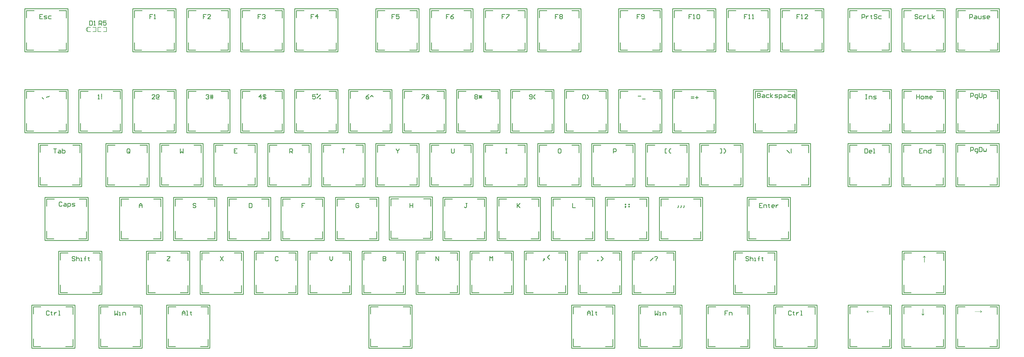
<source format=gto>
G04*
G04 #@! TF.GenerationSoftware,Altium Limited,Altium Designer,20.0.1 (14)*
G04*
G04 Layer_Color=65535*
%FSLAX24Y24*%
%MOIN*%
G70*
G01*
G75*
%ADD10C,0.0100*%
%ADD11C,0.0079*%
G36*
X117994Y6110D02*
X117992Y6108D01*
X117991Y6105D01*
X117989Y6101D01*
X117986Y6096D01*
X117983Y6090D01*
X117976Y6076D01*
X117969Y6062D01*
X117961Y6048D01*
X117953Y6034D01*
X117949Y6028D01*
X117947Y6023D01*
X117946Y6022D01*
X117944Y6018D01*
X117940Y6013D01*
X117934Y6005D01*
X117927Y5994D01*
X117917Y5981D01*
X117905Y5966D01*
X117891Y5948D01*
X118728D01*
Y5896D01*
X117891D01*
X117892Y5895D01*
X117893Y5893D01*
X117897Y5890D01*
X117900Y5885D01*
X117905Y5879D01*
X117911Y5872D01*
X117917Y5864D01*
X117924Y5854D01*
X117932Y5843D01*
X117941Y5831D01*
X117949Y5818D01*
X117958Y5804D01*
X117967Y5788D01*
X117977Y5771D01*
X117986Y5753D01*
X117995Y5734D01*
X117954D01*
X117954Y5734D01*
X117952Y5737D01*
X117948Y5741D01*
X117943Y5746D01*
X117937Y5752D01*
X117930Y5759D01*
X117923Y5768D01*
X117915Y5776D01*
X117896Y5795D01*
X117877Y5814D01*
X117857Y5832D01*
X117847Y5840D01*
X117837Y5848D01*
X117837Y5849D01*
X117835Y5849D01*
X117832Y5851D01*
X117829Y5854D01*
X117825Y5858D01*
X117820Y5861D01*
X117813Y5866D01*
X117807Y5871D01*
X117792Y5881D01*
X117775Y5891D01*
X117757Y5902D01*
X117737Y5912D01*
Y5936D01*
X117738D01*
X117740Y5936D01*
X117742Y5938D01*
X117745Y5939D01*
X117750Y5941D01*
X117755Y5944D01*
X117766Y5951D01*
X117780Y5958D01*
X117797Y5968D01*
X117815Y5981D01*
X117833Y5995D01*
X117834Y5996D01*
X117835Y5997D01*
X117838Y5999D01*
X117842Y6002D01*
X117847Y6006D01*
X117853Y6011D01*
X117860Y6018D01*
X117867Y6024D01*
X117876Y6032D01*
X117885Y6041D01*
X117895Y6050D01*
X117906Y6061D01*
X117917Y6072D01*
X117929Y6084D01*
X117941Y6097D01*
X117954Y6111D01*
X117994D01*
Y6110D01*
D02*
G37*
G36*
X125786Y13703D02*
X125787Y13701D01*
X125789Y13698D01*
X125790Y13695D01*
X125793Y13690D01*
X125796Y13684D01*
X125799Y13678D01*
X125803Y13671D01*
X125812Y13656D01*
X125823Y13639D01*
X125836Y13621D01*
X125849Y13603D01*
X125850Y13602D01*
X125852Y13600D01*
X125854Y13598D01*
X125857Y13594D01*
X125861Y13589D01*
X125866Y13584D01*
X125872Y13577D01*
X125879Y13570D01*
X125887Y13562D01*
X125895Y13553D01*
X125904Y13543D01*
X125914Y13533D01*
X125926Y13522D01*
X125938Y13511D01*
X125951Y13499D01*
X125964Y13486D01*
Y13446D01*
X125963Y13446D01*
X125960Y13448D01*
X125954Y13451D01*
X125947Y13454D01*
X125938Y13458D01*
X125928Y13464D01*
X125917Y13470D01*
X125904Y13477D01*
X125879Y13493D01*
X125852Y13510D01*
X125825Y13529D01*
X125814Y13539D01*
X125802Y13549D01*
Y12777D01*
X125750D01*
Y13549D01*
X125749Y13548D01*
X125747Y13548D01*
X125745Y13546D01*
X125742Y13543D01*
X125737Y13540D01*
X125732Y13536D01*
X125722Y13528D01*
X125710Y13518D01*
X125697Y13509D01*
X125685Y13501D01*
X125675Y13493D01*
X125673Y13493D01*
X125670Y13491D01*
X125663Y13487D01*
X125660Y13484D01*
X125655Y13482D01*
X125649Y13478D01*
X125642Y13475D01*
X125635Y13471D01*
X125627Y13467D01*
X125619Y13463D01*
X125609Y13458D01*
X125599Y13453D01*
X125587Y13447D01*
Y13487D01*
X125588Y13488D01*
X125591Y13490D01*
X125595Y13493D01*
X125600Y13498D01*
X125606Y13505D01*
X125613Y13511D01*
X125622Y13519D01*
X125630Y13528D01*
X125649Y13547D01*
X125668Y13567D01*
X125686Y13587D01*
X125695Y13597D01*
X125702Y13607D01*
X125703Y13608D01*
X125704Y13609D01*
X125706Y13612D01*
X125709Y13615D01*
X125712Y13620D01*
X125716Y13625D01*
X125725Y13638D01*
X125735Y13653D01*
X125745Y13669D01*
X125754Y13686D01*
X125762Y13703D01*
X125786D01*
Y13703D01*
D02*
G37*
G36*
X133561Y6110D02*
X133564Y6107D01*
X133568Y6103D01*
X133572Y6098D01*
X133579Y6092D01*
X133586Y6084D01*
X133594Y6076D01*
X133602Y6068D01*
X133621Y6048D01*
X133641Y6029D01*
X133661Y6011D01*
X133671Y6002D01*
X133681Y5994D01*
X133682Y5993D01*
X133684Y5993D01*
X133686Y5991D01*
X133690Y5988D01*
X133695Y5984D01*
X133700Y5981D01*
X133713Y5972D01*
X133728Y5963D01*
X133743Y5953D01*
X133761Y5943D01*
X133778Y5936D01*
Y5912D01*
X133777D01*
X133776Y5911D01*
X133773Y5909D01*
X133769Y5908D01*
X133764Y5905D01*
X133758Y5902D01*
X133753Y5899D01*
X133746Y5895D01*
X133730Y5886D01*
X133713Y5874D01*
X133695Y5862D01*
X133676Y5848D01*
X133676Y5847D01*
X133674Y5846D01*
X133671Y5844D01*
X133668Y5841D01*
X133663Y5836D01*
X133658Y5831D01*
X133651Y5826D01*
X133644Y5819D01*
X133636Y5811D01*
X133627Y5803D01*
X133617Y5794D01*
X133607Y5783D01*
X133596Y5772D01*
X133585Y5760D01*
X133573Y5747D01*
X133561Y5734D01*
X133520D01*
X133521Y5735D01*
X133522Y5739D01*
X133525Y5744D01*
X133529Y5751D01*
X133533Y5760D01*
X133539Y5770D01*
X133544Y5781D01*
X133551Y5794D01*
X133567Y5819D01*
X133584Y5846D01*
X133604Y5872D01*
X133614Y5884D01*
X133624Y5896D01*
X132787D01*
Y5948D01*
X133624D01*
X133623Y5949D01*
X133622Y5951D01*
X133620Y5953D01*
X133617Y5957D01*
X133614Y5961D01*
X133610Y5966D01*
X133601Y5976D01*
X133592Y5988D01*
X133584Y6001D01*
X133575Y6013D01*
X133568Y6023D01*
X133567Y6025D01*
X133565Y6028D01*
X133561Y6035D01*
X133559Y6039D01*
X133556Y6043D01*
X133553Y6049D01*
X133549Y6056D01*
X133546Y6063D01*
X133541Y6071D01*
X133537Y6079D01*
X133532Y6089D01*
X133527Y6099D01*
X133521Y6111D01*
X133561D01*
X133561Y6110D01*
D02*
G37*
G36*
X125602Y5531D02*
X125603Y5531D01*
X125605Y5533D01*
X125608Y5536D01*
X125613Y5540D01*
X125619Y5545D01*
X125626Y5551D01*
X125634Y5557D01*
X125644Y5564D01*
X125654Y5571D01*
X125667Y5580D01*
X125680Y5589D01*
X125694Y5597D01*
X125710Y5606D01*
X125727Y5615D01*
X125745Y5624D01*
X125764Y5634D01*
Y5594D01*
X125764Y5593D01*
X125761Y5591D01*
X125757Y5587D01*
X125752Y5582D01*
X125746Y5576D01*
X125739Y5570D01*
X125730Y5562D01*
X125722Y5554D01*
X125703Y5536D01*
X125684Y5516D01*
X125666Y5497D01*
X125657Y5487D01*
X125649Y5478D01*
X125649Y5477D01*
X125648Y5476D01*
X125646Y5473D01*
X125643Y5469D01*
X125639Y5465D01*
X125636Y5459D01*
X125632Y5454D01*
X125627Y5447D01*
X125617Y5432D01*
X125607Y5414D01*
X125596Y5396D01*
X125586Y5377D01*
X125562D01*
Y5377D01*
X125561Y5379D01*
X125560Y5381D01*
X125558Y5384D01*
X125556Y5389D01*
X125554Y5394D01*
X125547Y5406D01*
X125539Y5420D01*
X125529Y5437D01*
X125517Y5454D01*
X125502Y5473D01*
X125502Y5474D01*
X125500Y5475D01*
X125498Y5478D01*
X125495Y5482D01*
X125491Y5487D01*
X125486Y5493D01*
X125480Y5499D01*
X125473Y5507D01*
X125466Y5516D01*
X125457Y5524D01*
X125447Y5534D01*
X125437Y5545D01*
X125426Y5556D01*
X125414Y5569D01*
X125401Y5581D01*
X125387Y5594D01*
Y5633D01*
X125388D01*
X125390Y5631D01*
X125393Y5630D01*
X125397Y5628D01*
X125402Y5625D01*
X125408Y5622D01*
X125422Y5615D01*
X125436Y5608D01*
X125450Y5600D01*
X125464Y5593D01*
X125470Y5589D01*
X125475Y5586D01*
X125476Y5586D01*
X125480Y5584D01*
X125485Y5579D01*
X125493Y5574D01*
X125504Y5566D01*
X125517Y5556D01*
X125532Y5544D01*
X125550Y5531D01*
Y6303D01*
X125602D01*
Y5531D01*
D02*
G37*
D10*
X130379Y1082D02*
Y2129D01*
Y1082D02*
X131379D01*
X134843D02*
X135890D01*
Y2082D01*
Y5547D02*
Y6594D01*
X134890D02*
X135890D01*
X130379D02*
X131426D01*
X130379Y5594D02*
Y6594D01*
X130135Y838D02*
Y6838D01*
Y838D02*
X136135D01*
Y6838D01*
X130135D02*
X136135D01*
X122904Y1082D02*
Y2129D01*
Y1082D02*
X123904D01*
X127368D02*
X128415D01*
Y2082D01*
Y5547D02*
Y6594D01*
X127415D02*
X128415D01*
X122904D02*
X123951D01*
X122904Y5594D02*
Y6594D01*
X122660Y838D02*
Y6838D01*
Y838D02*
X128660D01*
Y6838D01*
X122660D02*
X128660D01*
X115429Y1082D02*
Y2129D01*
Y1082D02*
X116429D01*
X119893D02*
X120940D01*
Y2082D01*
Y5547D02*
Y6594D01*
X119940D02*
X120940D01*
X115429D02*
X116476D01*
X115429Y5594D02*
Y6594D01*
X115185Y838D02*
Y6838D01*
Y838D02*
X121185D01*
Y6838D01*
X115185D02*
X121185D01*
X105079Y1082D02*
Y2129D01*
Y1082D02*
X106079D01*
X109543D02*
X110590D01*
Y2082D01*
Y5547D02*
Y6594D01*
X109590D02*
X110590D01*
X105079D02*
X106126D01*
X105079Y5594D02*
Y6594D01*
X104835Y838D02*
Y6838D01*
Y838D02*
X110835D01*
Y6838D01*
X104835D02*
X110835D01*
X95729Y1082D02*
Y2129D01*
Y1082D02*
X96729D01*
X100193D02*
X101240D01*
Y2082D01*
Y5547D02*
Y6594D01*
X100240D02*
X101240D01*
X95729D02*
X96776D01*
X95729Y5594D02*
Y6594D01*
X95485Y838D02*
Y6838D01*
Y838D02*
X101485D01*
Y6838D01*
X95485D02*
X101485D01*
X86085Y6838D02*
X92085D01*
Y838D02*
Y6838D01*
X86085Y838D02*
X92085D01*
X86085D02*
Y6838D01*
X86329Y5594D02*
Y6594D01*
X87376D01*
X90840D02*
X91840D01*
Y5547D02*
Y6594D01*
Y1082D02*
Y2083D01*
X90793Y1082D02*
X91840D01*
X86329D02*
X87329D01*
X86329D02*
Y2130D01*
X76735Y6838D02*
X82735D01*
Y838D02*
Y6838D01*
X76735Y838D02*
X82735D01*
X76735D02*
Y6838D01*
X76979Y5594D02*
Y6594D01*
X78026D01*
X81490D02*
X82490D01*
Y5547D02*
Y6594D01*
Y1082D02*
Y2083D01*
X81443Y1082D02*
X82490D01*
X76979D02*
X77979D01*
X76979D02*
Y2130D01*
X20485Y6838D02*
X26485D01*
Y838D02*
Y6838D01*
X20485Y838D02*
X26485D01*
X20485D02*
Y6838D01*
X20729Y5594D02*
Y6594D01*
X21776D01*
X25240D02*
X26240D01*
Y5547D02*
Y6594D01*
Y1083D02*
Y2083D01*
X25193Y1083D02*
X26240D01*
X20729D02*
X21729D01*
X20729D02*
Y2130D01*
X11085Y6838D02*
X17085D01*
Y838D02*
Y6838D01*
X11085Y838D02*
X17085D01*
X11085D02*
Y6838D01*
X11329Y5594D02*
Y6594D01*
X12376D01*
X15840D02*
X16840D01*
Y5547D02*
Y6594D01*
Y1083D02*
Y2083D01*
X15793Y1083D02*
X16840D01*
X11329D02*
X12329D01*
X11329D02*
Y2130D01*
X1735Y6838D02*
X7735D01*
Y838D02*
Y6838D01*
X1735Y838D02*
X7735D01*
X1735D02*
Y6838D01*
X1979Y5594D02*
Y6594D01*
X3026D01*
X6490D02*
X7490D01*
Y5547D02*
Y6594D01*
Y1083D02*
Y2083D01*
X6443Y1083D02*
X7490D01*
X1979D02*
X2979D01*
X1979D02*
Y2130D01*
X99479Y8582D02*
Y9629D01*
Y8582D02*
X100479D01*
X103943D02*
X104990D01*
Y9582D01*
Y13047D02*
Y14094D01*
X103990D02*
X104990D01*
X99479D02*
X100526D01*
X99479Y13094D02*
Y14094D01*
X99235Y8338D02*
Y14338D01*
Y8338D02*
X105235D01*
Y14338D01*
X99235D02*
X105235D01*
X85185D02*
X91185D01*
Y8338D02*
Y14338D01*
X85185Y8338D02*
X91185D01*
X85185D02*
Y14338D01*
X85429Y13094D02*
Y14094D01*
X86476D01*
X89940D02*
X90940D01*
Y13047D02*
Y14094D01*
Y8582D02*
Y9582D01*
X89893Y8582D02*
X90940D01*
X85429D02*
X86429D01*
X85429D02*
Y9629D01*
X77685Y14338D02*
X83685D01*
Y8338D02*
Y14338D01*
X77685Y8338D02*
X83685D01*
X77685D02*
Y14338D01*
X77929Y13094D02*
Y14094D01*
X78976D01*
X82440D02*
X83440D01*
Y13047D02*
Y14094D01*
Y8582D02*
Y9582D01*
X82393Y8582D02*
X83440D01*
X77929D02*
X78929D01*
X77929D02*
Y9629D01*
X70169Y14338D02*
X76169D01*
Y8338D02*
Y14338D01*
X70169Y8338D02*
X76169D01*
X70169D02*
Y14338D01*
X70412Y13094D02*
Y14094D01*
X71459D01*
X74924D02*
X75924D01*
Y13047D02*
Y14094D01*
Y8582D02*
Y9582D01*
X74877Y8582D02*
X75924D01*
X70412D02*
X71412D01*
X70412D02*
Y9629D01*
X62652Y14338D02*
X68652D01*
Y8338D02*
Y14338D01*
X62652Y8338D02*
X68652D01*
X62652D02*
Y14338D01*
X62895Y13094D02*
Y14094D01*
X63942D01*
X67407D02*
X68407D01*
Y13047D02*
Y14094D01*
Y8582D02*
Y9582D01*
X67360Y8582D02*
X68407D01*
X62895D02*
X63895D01*
X62895D02*
Y9629D01*
X55135Y14338D02*
X61135D01*
Y8338D02*
Y14338D01*
X55135Y8338D02*
X61135D01*
X55135D02*
Y14338D01*
X55379Y13094D02*
Y14094D01*
X56426D01*
X59890D02*
X60890D01*
Y13047D02*
Y14094D01*
Y8582D02*
Y9582D01*
X59843Y8582D02*
X60890D01*
X55379D02*
X56379D01*
X55379D02*
Y9629D01*
X47635Y14338D02*
X53635D01*
Y8338D02*
Y14338D01*
X47635Y8338D02*
X53635D01*
X47635D02*
Y14338D01*
X47879Y13094D02*
Y14094D01*
X48926D01*
X52390D02*
X53390D01*
Y13047D02*
Y14094D01*
Y8582D02*
Y9582D01*
X52343Y8582D02*
X53390D01*
X47879D02*
X48879D01*
X47879D02*
Y9629D01*
X40160Y14338D02*
X46160D01*
Y8338D02*
Y14338D01*
X40160Y8338D02*
X46160D01*
X40160D02*
Y14338D01*
X40404Y13094D02*
Y14094D01*
X41451D01*
X44915D02*
X45915D01*
Y13047D02*
Y14094D01*
Y8582D02*
Y9582D01*
X44868Y8582D02*
X45915D01*
X40404D02*
X41404D01*
X40404D02*
Y9629D01*
X32685Y14338D02*
X38685D01*
Y8338D02*
Y14338D01*
X32685Y8338D02*
X38685D01*
X32685D02*
Y14338D01*
X32929Y13094D02*
Y14094D01*
X33976D01*
X37440D02*
X38440D01*
Y13047D02*
Y14094D01*
Y8582D02*
Y9582D01*
X37393Y8582D02*
X38440D01*
X32929D02*
X33929D01*
X32929D02*
Y9629D01*
X25135Y14338D02*
X31135D01*
Y8338D02*
Y14338D01*
X25135Y8338D02*
X31135D01*
X25135D02*
Y14338D01*
X25379Y13094D02*
Y14094D01*
X26426D01*
X29890D02*
X30890D01*
Y13047D02*
Y14094D01*
Y8583D02*
Y9582D01*
X29843Y8583D02*
X30890D01*
X25379D02*
X26379D01*
X25379D02*
Y9630D01*
X17685Y14338D02*
X23685D01*
Y8338D02*
Y14338D01*
X17685Y8338D02*
X23685D01*
X17685D02*
Y14338D01*
X17929Y13094D02*
Y14094D01*
X18976D01*
X22440D02*
X23440D01*
Y13047D02*
Y14094D01*
Y8583D02*
Y9582D01*
X22393Y8583D02*
X23440D01*
X17929D02*
X18929D01*
X17929D02*
Y9630D01*
X5485Y14338D02*
X11485D01*
Y8338D02*
Y14338D01*
X5485Y8338D02*
X11485D01*
X5485D02*
Y14338D01*
X5729Y13094D02*
Y14094D01*
X6776D01*
X10240D02*
X11240D01*
Y13047D02*
Y14094D01*
Y8583D02*
Y9582D01*
X10193Y8583D02*
X11240D01*
X5729D02*
X6729D01*
X5729D02*
Y9630D01*
X101379Y16082D02*
Y17129D01*
Y16082D02*
X102379D01*
X105843D02*
X106890D01*
Y17082D01*
Y20547D02*
Y21594D01*
X105890D02*
X106890D01*
X101379D02*
X102426D01*
X101379Y20594D02*
Y21594D01*
X101135Y15838D02*
Y21838D01*
Y15838D02*
X107135D01*
Y21838D01*
X101135D02*
X107135D01*
X88935Y21838D02*
X94935D01*
Y15838D02*
Y21838D01*
X88935Y15838D02*
X94935D01*
X88935D02*
Y21838D01*
X89179Y20594D02*
Y21594D01*
X90226D01*
X93690D02*
X94690D01*
Y20547D02*
Y21594D01*
Y16083D02*
Y17083D01*
X93643Y16083D02*
X94690D01*
X89179D02*
X90179D01*
X89179D02*
Y17130D01*
X81435Y21838D02*
X87435D01*
Y15838D02*
Y21838D01*
X81435Y15838D02*
X87435D01*
X81435D02*
Y21838D01*
X81679Y20594D02*
Y21594D01*
X82726D01*
X86190D02*
X87190D01*
Y20547D02*
Y21594D01*
Y16083D02*
Y17083D01*
X86143Y16083D02*
X87190D01*
X81679D02*
X82679D01*
X81679D02*
Y17130D01*
X73935Y21838D02*
X79935D01*
Y15838D02*
Y21838D01*
X73935Y15838D02*
X79935D01*
X73935D02*
Y21838D01*
X74179Y20594D02*
Y21594D01*
X75226D01*
X78690D02*
X79690D01*
Y20547D02*
Y21594D01*
Y16083D02*
Y17083D01*
X78643Y16083D02*
X79690D01*
X74179D02*
X75179D01*
X74179D02*
Y17130D01*
X66410Y21838D02*
X72410D01*
Y15838D02*
Y21838D01*
X66410Y15838D02*
X72410D01*
X66410D02*
Y21838D01*
X66654Y20594D02*
Y21594D01*
X67701D01*
X71165D02*
X72165D01*
Y20547D02*
Y21594D01*
Y16083D02*
Y17083D01*
X71118Y16083D02*
X72165D01*
X66654D02*
X67654D01*
X66654D02*
Y17130D01*
X58885Y21838D02*
X64885D01*
Y15838D02*
Y21838D01*
X58885Y15838D02*
X64885D01*
X58885D02*
Y21838D01*
X59129Y20594D02*
Y21594D01*
X60176D01*
X63640D02*
X64640D01*
Y20547D02*
Y21594D01*
Y16083D02*
Y17083D01*
X63593Y16083D02*
X64640D01*
X59129D02*
X60129D01*
X59129D02*
Y17130D01*
X51410Y21888D02*
X57410D01*
Y15888D02*
Y21888D01*
X51410Y15888D02*
X57410D01*
X51410D02*
Y21888D01*
X51654Y20644D02*
Y21644D01*
X52701D01*
X56165D02*
X57165D01*
Y20597D02*
Y21644D01*
Y16132D02*
Y17132D01*
X56118Y16132D02*
X57165D01*
X51654D02*
X52654D01*
X51654D02*
Y17179D01*
X43935Y21838D02*
X49935D01*
Y15838D02*
Y21838D01*
X43935Y15838D02*
X49935D01*
X43935D02*
Y21838D01*
X44179Y20594D02*
Y21594D01*
X45226D01*
X48690D02*
X49690D01*
Y20547D02*
Y21594D01*
Y16082D02*
Y17082D01*
X48643Y16082D02*
X49690D01*
X44179D02*
X45179D01*
X44179D02*
Y17129D01*
X36385Y21838D02*
X42385D01*
Y15838D02*
Y21838D01*
X36385Y15838D02*
X42385D01*
X36385D02*
Y21838D01*
X36629Y20594D02*
Y21594D01*
X37676D01*
X41140D02*
X42140D01*
Y20547D02*
Y21594D01*
Y16082D02*
Y17082D01*
X41093Y16082D02*
X42140D01*
X36629D02*
X37629D01*
X36629D02*
Y17129D01*
X28935Y21838D02*
X34935D01*
Y15838D02*
Y21838D01*
X28935Y15838D02*
X34935D01*
X28935D02*
Y21838D01*
X29179Y20594D02*
Y21594D01*
X30226D01*
X33690D02*
X34690D01*
Y20547D02*
Y21594D01*
Y16082D02*
Y17082D01*
X33643Y16082D02*
X34690D01*
X29179D02*
X30179D01*
X29179D02*
Y17129D01*
X21435Y21838D02*
X27435D01*
Y15838D02*
Y21838D01*
X21435Y15838D02*
X27435D01*
X21435D02*
Y21838D01*
X21679Y20594D02*
Y21594D01*
X22726D01*
X26190D02*
X27190D01*
Y20547D02*
Y21594D01*
Y16082D02*
Y17082D01*
X26143Y16082D02*
X27190D01*
X21679D02*
X22679D01*
X21679D02*
Y17129D01*
X13935Y21838D02*
X19935D01*
Y15838D02*
Y21838D01*
X13935Y15838D02*
X19935D01*
X13935D02*
Y21838D01*
X14179Y20594D02*
Y21594D01*
X15226D01*
X18690D02*
X19690D01*
Y20547D02*
Y21594D01*
Y16082D02*
Y17082D01*
X18643Y16082D02*
X19690D01*
X14179D02*
X15179D01*
X14179D02*
Y17129D01*
X3585Y21838D02*
X9585D01*
Y15838D02*
Y21838D01*
X3585Y15838D02*
X9585D01*
X3585D02*
Y21838D01*
X3829Y20594D02*
Y21594D01*
X4876D01*
X8340D02*
X9340D01*
Y20547D02*
Y21594D01*
Y16082D02*
Y17082D01*
X8293Y16082D02*
X9340D01*
X3829D02*
X4829D01*
X3829D02*
Y17129D01*
X130379Y23582D02*
Y24629D01*
Y23582D02*
X131379D01*
X134843D02*
X135890D01*
Y24582D01*
Y28047D02*
Y29094D01*
X134890D02*
X135890D01*
X130379D02*
X131426D01*
X130379Y28094D02*
Y29094D01*
X130135Y23338D02*
Y29338D01*
Y23338D02*
X136135D01*
Y29338D01*
X130135D02*
X136135D01*
X122879Y23582D02*
Y24629D01*
Y23582D02*
X123879D01*
X127343D02*
X128390D01*
Y24582D01*
Y28047D02*
Y29094D01*
X127390D02*
X128390D01*
X122879D02*
X123926D01*
X122879Y28094D02*
Y29094D01*
X122635Y23338D02*
Y29338D01*
Y23338D02*
X128635D01*
Y29338D01*
X122635D02*
X128635D01*
X115379Y23582D02*
Y24629D01*
Y23582D02*
X116379D01*
X119843D02*
X120890D01*
Y24582D01*
Y28047D02*
Y29094D01*
X119890D02*
X120890D01*
X115379D02*
X116426D01*
X115379Y28094D02*
Y29094D01*
X115135Y23338D02*
Y29338D01*
Y23338D02*
X121135D01*
Y29338D01*
X115135D02*
X121135D01*
X104179Y23582D02*
Y24629D01*
Y23582D02*
X105179D01*
X108643D02*
X109690D01*
Y24582D01*
Y28047D02*
Y29094D01*
X108690D02*
X109690D01*
X104179D02*
X105226D01*
X104179Y28094D02*
Y29094D01*
X103935Y23338D02*
Y29338D01*
Y23338D02*
X109935D01*
Y29338D01*
X103935D02*
X109935D01*
X49535Y29338D02*
X55535D01*
Y23338D02*
Y29338D01*
X49535Y23338D02*
X55535D01*
X49535D02*
Y29338D01*
X49779Y28094D02*
Y29094D01*
X50826D01*
X54290D02*
X55290D01*
Y28047D02*
Y29094D01*
Y23582D02*
Y24583D01*
X54243Y23582D02*
X55290D01*
X49779D02*
X50779D01*
X49779D02*
Y24630D01*
X42035Y29338D02*
X48035D01*
Y23338D02*
Y29338D01*
X42035Y23338D02*
X48035D01*
X42035D02*
Y29338D01*
X42279Y28094D02*
Y29094D01*
X43326D01*
X46790D02*
X47790D01*
Y28047D02*
Y29094D01*
Y23582D02*
Y24583D01*
X46743Y23582D02*
X47790D01*
X42279D02*
X43279D01*
X42279D02*
Y24630D01*
X34535Y29338D02*
X40535D01*
Y23338D02*
Y29338D01*
X34535Y23338D02*
X40535D01*
X34535D02*
Y29338D01*
X34779Y28094D02*
Y29094D01*
X35826D01*
X39290D02*
X40290D01*
Y28047D02*
Y29094D01*
Y23582D02*
Y24583D01*
X39243Y23582D02*
X40290D01*
X34779D02*
X35779D01*
X34779D02*
Y24629D01*
X27035Y29338D02*
X33035D01*
Y23338D02*
Y29338D01*
X27035Y23338D02*
X33035D01*
X27035D02*
Y29338D01*
X27279Y28094D02*
Y29094D01*
X28326D01*
X31790D02*
X32790D01*
Y28047D02*
Y29094D01*
Y23582D02*
Y24583D01*
X31743Y23582D02*
X32790D01*
X27279D02*
X28279D01*
X27279D02*
Y24629D01*
X19535Y29338D02*
X25535D01*
Y23338D02*
Y29338D01*
X19535Y23338D02*
X25535D01*
X19535D02*
Y29338D01*
X19779Y28094D02*
Y29094D01*
X20826D01*
X24290D02*
X25290D01*
Y28047D02*
Y29094D01*
Y23582D02*
Y24582D01*
X24243Y23582D02*
X25290D01*
X19779D02*
X20779D01*
X19779D02*
Y24629D01*
X12035Y29338D02*
X18035D01*
Y23338D02*
Y29338D01*
X12035Y23338D02*
X18035D01*
X12035D02*
Y29338D01*
X12279Y28094D02*
Y29094D01*
X13326D01*
X16790D02*
X17790D01*
Y28047D02*
Y29094D01*
Y23582D02*
Y24582D01*
X16743Y23582D02*
X17790D01*
X12279D02*
X13279D01*
X12279D02*
Y24629D01*
X2685Y29338D02*
X8685D01*
Y23338D02*
Y29338D01*
X2685Y23338D02*
X8685D01*
X2685D02*
Y29338D01*
X2929Y28094D02*
Y29094D01*
X3976D01*
X7440D02*
X8440D01*
Y28047D02*
Y29094D01*
Y23582D02*
Y24582D01*
X7393Y23582D02*
X8440D01*
X2929D02*
X3929D01*
X2929D02*
Y24629D01*
X60785Y36838D02*
X66785D01*
Y30838D02*
Y36838D01*
X60785Y30838D02*
X66785D01*
X60785D02*
Y36838D01*
X61029Y35594D02*
Y36594D01*
X62076D01*
X65540D02*
X66540D01*
Y35547D02*
Y36594D01*
Y31082D02*
Y32083D01*
X65493Y31082D02*
X66540D01*
X61029D02*
X62029D01*
X61029D02*
Y32130D01*
X53285Y36838D02*
X59285D01*
Y30838D02*
Y36838D01*
X53285Y30838D02*
X59285D01*
X53285D02*
Y36838D01*
X53529Y35594D02*
Y36594D01*
X54576D01*
X58040D02*
X59040D01*
Y35547D02*
Y36594D01*
Y31082D02*
Y32082D01*
X57993Y31082D02*
X59040D01*
X53529D02*
X54529D01*
X53529D02*
Y32129D01*
X45785Y36838D02*
X51785D01*
Y30838D02*
Y36838D01*
X45785Y30838D02*
X51785D01*
X45785D02*
Y36838D01*
X46029Y35594D02*
Y36594D01*
X47076D01*
X50540D02*
X51540D01*
Y35547D02*
Y36594D01*
Y31082D02*
Y32082D01*
X50493Y31082D02*
X51540D01*
X46029D02*
X47029D01*
X46029D02*
Y32129D01*
X38285Y36838D02*
X44285D01*
Y30838D02*
Y36838D01*
X38285Y30838D02*
X44285D01*
X38285D02*
Y36838D01*
X38529Y35594D02*
Y36594D01*
X39576D01*
X43040D02*
X44040D01*
Y35547D02*
Y36594D01*
Y31082D02*
Y32082D01*
X42993Y31082D02*
X44040D01*
X38529D02*
X39529D01*
X38529D02*
Y32129D01*
X30785Y36838D02*
X36785D01*
Y30838D02*
Y36838D01*
X30785Y30838D02*
X36785D01*
X30785D02*
Y36838D01*
X31029Y35594D02*
Y36594D01*
X32076D01*
X35540D02*
X36540D01*
Y35547D02*
Y36594D01*
Y31082D02*
Y32082D01*
X35493Y31082D02*
X36540D01*
X31029D02*
X32029D01*
X31029D02*
Y32129D01*
X23285Y36838D02*
X29285D01*
Y30838D02*
Y36838D01*
X23285Y30838D02*
X29285D01*
X23285D02*
Y36838D01*
X23529Y35594D02*
Y36594D01*
X24576D01*
X28040D02*
X29040D01*
Y35547D02*
Y36594D01*
Y31082D02*
Y32082D01*
X27993Y31082D02*
X29040D01*
X23529D02*
X24529D01*
X23529D02*
Y32129D01*
X15785Y36838D02*
X21785D01*
Y30838D02*
Y36838D01*
X15785Y30838D02*
X21785D01*
X15785D02*
Y36838D01*
X16029Y35594D02*
Y36594D01*
X17076D01*
X20540D02*
X21540D01*
Y35547D02*
Y36594D01*
Y31082D02*
Y32082D01*
X20493Y31082D02*
X21540D01*
X16029D02*
X17029D01*
X16029D02*
Y32129D01*
X8285Y36838D02*
X14285D01*
Y30838D02*
Y36838D01*
X8285Y30838D02*
X14285D01*
X8285D02*
Y36838D01*
X8529Y35594D02*
Y36594D01*
X9576D01*
X13040D02*
X14040D01*
Y35547D02*
Y36594D01*
Y31082D02*
Y32082D01*
X12993Y31082D02*
X14040D01*
X8529D02*
X9529D01*
X8529D02*
Y32129D01*
X785Y36838D02*
X6785D01*
Y30838D02*
Y36838D01*
X785Y30838D02*
X6785D01*
X785D02*
Y36838D01*
X1029Y35594D02*
Y36594D01*
X2076D01*
X5540D02*
X6540D01*
Y35547D02*
Y36594D01*
Y31082D02*
Y32082D01*
X5493Y31082D02*
X6540D01*
X1029D02*
X2029D01*
X1029D02*
Y32129D01*
X130429Y42332D02*
Y43379D01*
Y42332D02*
X131429D01*
X134893D02*
X135940D01*
Y43332D01*
Y46797D02*
Y47844D01*
X134940D02*
X135940D01*
X130429D02*
X131476D01*
X130429Y46844D02*
Y47844D01*
X130185Y42088D02*
Y48088D01*
Y42088D02*
X136185D01*
Y48088D01*
X130185D02*
X136185D01*
X122904Y42332D02*
Y43379D01*
Y42332D02*
X123904D01*
X127368D02*
X128415D01*
Y43332D01*
Y46797D02*
Y47844D01*
X127415D02*
X128415D01*
X122904D02*
X123951D01*
X122904Y46844D02*
Y47844D01*
X122660Y42088D02*
Y48088D01*
Y42088D02*
X128660D01*
Y48088D01*
X122660D02*
X128660D01*
X115379Y42332D02*
Y43379D01*
Y42332D02*
X116379D01*
X119843D02*
X120890D01*
Y43332D01*
Y46797D02*
Y47844D01*
X119890D02*
X120890D01*
X115379D02*
X116426D01*
X115379Y46844D02*
Y47844D01*
X115135Y42088D02*
Y48088D01*
Y42088D02*
X121135D01*
Y48088D01*
X115135D02*
X121135D01*
X106029Y42332D02*
Y43379D01*
Y42332D02*
X107029D01*
X110493D02*
X111540D01*
Y43332D01*
Y46797D02*
Y47844D01*
X110540D02*
X111540D01*
X106029D02*
X107076D01*
X106029Y46844D02*
Y47844D01*
X105785Y42088D02*
Y48088D01*
Y42088D02*
X111785D01*
Y48088D01*
X105785D02*
X111785D01*
X98529Y42332D02*
Y43379D01*
Y42332D02*
X99529D01*
X102993D02*
X104040D01*
Y43332D01*
Y46797D02*
Y47844D01*
X103040D02*
X104040D01*
X98529D02*
X99576D01*
X98529Y46844D02*
Y47844D01*
X98285Y42088D02*
Y48088D01*
Y42088D02*
X104285D01*
Y48088D01*
X98285D02*
X104285D01*
X91029Y42332D02*
Y43379D01*
Y42332D02*
X92029D01*
X95493D02*
X96540D01*
Y43332D01*
Y46797D02*
Y47844D01*
X95540D02*
X96540D01*
X91029D02*
X92076D01*
X91029Y46844D02*
Y47844D01*
X90785Y42088D02*
Y48088D01*
Y42088D02*
X96785D01*
Y48088D01*
X90785D02*
X96785D01*
X83529Y42332D02*
Y43379D01*
Y42332D02*
X84529D01*
X87993D02*
X89040D01*
Y43332D01*
Y46797D02*
Y47844D01*
X88040D02*
X89040D01*
X83529D02*
X84576D01*
X83529Y46844D02*
Y47844D01*
X83285Y42088D02*
Y48088D01*
Y42088D02*
X89285D01*
Y48088D01*
X83285D02*
X89285D01*
X72279Y42332D02*
Y43379D01*
Y42332D02*
X73279D01*
X76743D02*
X77790D01*
Y43332D01*
Y46797D02*
Y47844D01*
X76790D02*
X77790D01*
X72279D02*
X73326D01*
X72279Y46844D02*
Y47844D01*
X72035Y42088D02*
Y48088D01*
Y42088D02*
X78035D01*
Y48088D01*
X72035D02*
X78035D01*
X64779Y42332D02*
Y43379D01*
Y42332D02*
X65779D01*
X69243D02*
X70290D01*
Y43332D01*
Y46797D02*
Y47844D01*
X69290D02*
X70290D01*
X64779D02*
X65826D01*
X64779Y46844D02*
Y47844D01*
X64535Y42088D02*
Y48088D01*
Y42088D02*
X70535D01*
Y48088D01*
X64535D02*
X70535D01*
X57279Y42332D02*
Y43379D01*
Y42332D02*
X58279D01*
X61743D02*
X62790D01*
Y43332D01*
Y46797D02*
Y47844D01*
X61790D02*
X62790D01*
X57279D02*
X58326D01*
X57279Y46844D02*
Y47844D01*
X57035Y42088D02*
Y48088D01*
Y42088D02*
X63035D01*
Y48088D01*
X57035D02*
X63035D01*
X49779Y42332D02*
Y43379D01*
Y42332D02*
X50779D01*
X54243D02*
X55290D01*
Y43332D01*
Y46797D02*
Y47844D01*
X54290D02*
X55290D01*
X49779D02*
X50826D01*
X49779Y46844D02*
Y47844D01*
X49535Y42088D02*
Y48088D01*
Y42088D02*
X55535D01*
Y48088D01*
X49535D02*
X55535D01*
X38529Y42332D02*
Y43379D01*
Y42332D02*
X39529D01*
X42993D02*
X44040D01*
Y43332D01*
Y46797D02*
Y47844D01*
X43040D02*
X44040D01*
X38529D02*
X39576D01*
X38529Y46844D02*
Y47844D01*
X38285Y42088D02*
Y48088D01*
Y42088D02*
X44285D01*
Y48088D01*
X38285D02*
X44285D01*
X31029Y42332D02*
Y43379D01*
Y42332D02*
X32029D01*
X35493D02*
X36540D01*
Y43332D01*
Y46797D02*
Y47844D01*
X35540D02*
X36540D01*
X31029D02*
X32076D01*
X31029Y46844D02*
Y47844D01*
X30785Y42088D02*
Y48088D01*
Y42088D02*
X36785D01*
Y48088D01*
X30785D02*
X36785D01*
X23529Y42332D02*
Y43379D01*
Y42332D02*
X24529D01*
X27993D02*
X29040D01*
Y43332D01*
Y46797D02*
Y47844D01*
X28040D02*
X29040D01*
X23529D02*
X24576D01*
X23529Y46844D02*
Y47844D01*
X23285Y42088D02*
Y48088D01*
Y42088D02*
X29285D01*
Y48088D01*
X23285D02*
X29285D01*
X16029Y42332D02*
Y43379D01*
Y42332D02*
X17029D01*
X20493D02*
X21540D01*
Y43332D01*
Y46797D02*
Y47844D01*
X20540D02*
X21540D01*
X16029D02*
X17076D01*
X16029Y46844D02*
Y47844D01*
X15785Y42088D02*
Y48088D01*
Y42088D02*
X21785D01*
Y48088D01*
X15785D02*
X21785D01*
X1029Y42332D02*
Y43379D01*
Y42332D02*
X2029D01*
X5493D02*
X6540D01*
Y43332D01*
Y46797D02*
Y47844D01*
X5540D02*
X6540D01*
X1029D02*
X2076D01*
X1029Y46844D02*
Y47844D01*
X785Y42088D02*
Y48088D01*
Y42088D02*
X6785D01*
Y48088D01*
X785D02*
X6785D01*
X48829Y1083D02*
Y2130D01*
Y1083D02*
X49829D01*
X53293D02*
X54340D01*
Y2083D01*
Y5547D02*
Y6594D01*
X53340D02*
X54340D01*
X48829D02*
X49876D01*
X48829Y5594D02*
Y6594D01*
X48585Y838D02*
Y6838D01*
Y838D02*
X54585D01*
Y6838D01*
X48585D02*
X54585D01*
X57279Y23582D02*
Y24630D01*
Y23582D02*
X58279D01*
X61743D02*
X62790D01*
Y24583D01*
Y28047D02*
Y29094D01*
X61790D02*
X62790D01*
X57279D02*
X58326D01*
X57279Y28094D02*
Y29094D01*
X57035Y23338D02*
Y29338D01*
Y23338D02*
X63035D01*
Y29338D01*
X57035D02*
X63035D01*
X64779Y23583D02*
Y24630D01*
Y23583D02*
X65779D01*
X69243D02*
X70290D01*
Y24583D01*
Y28047D02*
Y29094D01*
X69290D02*
X70290D01*
X64779D02*
X65826D01*
X64779Y28094D02*
Y29094D01*
X64535Y23338D02*
Y29338D01*
Y23338D02*
X70535D01*
Y29338D01*
X64535D02*
X70535D01*
X91029Y31083D02*
Y32130D01*
Y31083D02*
X92029D01*
X95493D02*
X96540D01*
Y32083D01*
Y35547D02*
Y36594D01*
X95540D02*
X96540D01*
X91029D02*
X92076D01*
X91029Y35594D02*
Y36594D01*
X90785Y30838D02*
Y36838D01*
Y30838D02*
X96785D01*
Y36838D01*
X90785D02*
X96785D01*
X94779Y23583D02*
Y24630D01*
Y23583D02*
X95779D01*
X99243D02*
X100290D01*
Y24583D01*
Y28047D02*
Y29094D01*
X99290D02*
X100290D01*
X94779D02*
X95826D01*
X94779Y28094D02*
Y29094D01*
X94535Y23338D02*
Y29338D01*
Y23338D02*
X100535D01*
Y29338D01*
X94535D02*
X100535D01*
X87279Y23583D02*
Y24630D01*
Y23583D02*
X88279D01*
X91743D02*
X92790D01*
Y24583D01*
Y28047D02*
Y29094D01*
X91790D02*
X92790D01*
X87279D02*
X88326D01*
X87279Y28094D02*
Y29094D01*
X87035Y23338D02*
Y29338D01*
Y23338D02*
X93035D01*
Y29338D01*
X87035D02*
X93035D01*
X76029Y31083D02*
Y32130D01*
Y31083D02*
X77029D01*
X80493D02*
X81540D01*
Y32083D01*
Y35547D02*
Y36594D01*
X80540D02*
X81540D01*
X76029D02*
X77076D01*
X76029Y35594D02*
Y36594D01*
X75785Y30838D02*
Y36838D01*
Y30838D02*
X81785D01*
Y36838D01*
X75785D02*
X81785D01*
X122929Y8582D02*
Y9629D01*
Y8582D02*
X123929D01*
X127393D02*
X128440D01*
Y9582D01*
Y13047D02*
Y14094D01*
X127440D02*
X128440D01*
X122929D02*
X123976D01*
X122929Y13094D02*
Y14094D01*
X122685Y8338D02*
Y14338D01*
Y8338D02*
X128685D01*
Y14338D01*
X122685D02*
X128685D01*
X83529Y31083D02*
Y32130D01*
Y31083D02*
X84529D01*
X87993D02*
X89040D01*
Y32083D01*
Y35547D02*
Y36594D01*
X88040D02*
X89040D01*
X83529D02*
X84576D01*
X83529Y35594D02*
Y36594D01*
X83285Y30838D02*
Y36838D01*
Y30838D02*
X89285D01*
Y36838D01*
X83285D02*
X89285D01*
X68529Y31083D02*
Y32130D01*
Y31083D02*
X69529D01*
X72993D02*
X74040D01*
Y32083D01*
Y35547D02*
Y36594D01*
X73040D02*
X74040D01*
X68529D02*
X69576D01*
X68529Y35594D02*
Y36594D01*
X68285Y30838D02*
Y36838D01*
Y30838D02*
X74285D01*
Y36838D01*
X68285D02*
X74285D01*
X79779Y23583D02*
Y24630D01*
Y23583D02*
X80779D01*
X84243D02*
X85290D01*
Y24583D01*
Y28047D02*
Y29094D01*
X84290D02*
X85290D01*
X79779D02*
X80826D01*
X79779Y28094D02*
Y29094D01*
X79535Y23338D02*
Y29338D01*
Y23338D02*
X85535D01*
Y29338D01*
X79535D02*
X85535D01*
X72279Y23583D02*
Y24630D01*
Y23583D02*
X73279D01*
X76743D02*
X77790D01*
Y24583D01*
Y28047D02*
Y29094D01*
X76790D02*
X77790D01*
X72279D02*
X73326D01*
X72279Y28094D02*
Y29094D01*
X72035Y23338D02*
Y29338D01*
Y23338D02*
X78035D01*
Y29338D01*
X72035D02*
X78035D01*
X102270Y31082D02*
Y32129D01*
Y31082D02*
X103270D01*
X106734D02*
X107781D01*
Y32082D01*
Y35547D02*
Y36594D01*
X106781D02*
X107781D01*
X102270D02*
X103317D01*
X102270Y35594D02*
Y36594D01*
X102026Y30838D02*
Y36838D01*
Y30838D02*
X108026D01*
Y36838D01*
X102026D02*
X108026D01*
X115429Y31082D02*
Y32129D01*
Y31082D02*
X116429D01*
X119893D02*
X120940D01*
Y32082D01*
Y35547D02*
Y36594D01*
X119940D02*
X120940D01*
X115429D02*
X116476D01*
X115429Y35594D02*
Y36594D01*
X115185Y30838D02*
Y36838D01*
Y30838D02*
X121185D01*
Y36838D01*
X115185D02*
X121185D01*
X122929Y31082D02*
Y32129D01*
Y31082D02*
X123929D01*
X127393D02*
X128440D01*
Y32082D01*
Y35547D02*
Y36594D01*
X127440D02*
X128440D01*
X122929D02*
X123976D01*
X122929Y35594D02*
Y36594D01*
X122685Y30838D02*
Y36838D01*
Y30838D02*
X128685D01*
Y36838D01*
X122685D02*
X128685D01*
X130429Y31082D02*
Y32129D01*
Y31082D02*
X131429D01*
X134893D02*
X135940D01*
Y32082D01*
Y35547D02*
Y36594D01*
X134940D02*
X135940D01*
X130429D02*
X131476D01*
X130429Y35594D02*
Y36594D01*
X130185Y30838D02*
Y36838D01*
Y30838D02*
X136185D01*
Y36838D01*
X130185D02*
X136185D01*
X24537Y20901D02*
X24437Y21001D01*
X24237D01*
X24137Y20901D01*
Y20801D01*
X24237Y20701D01*
X24437D01*
X24537Y20601D01*
Y20501D01*
X24437Y20402D01*
X24237D01*
X24137Y20501D01*
X33587Y35551D02*
Y36151D01*
X33287Y35851D01*
X33687D01*
X33887Y35651D02*
X33987Y35551D01*
X34187D01*
X34287Y35651D01*
Y35751D01*
X34187Y35851D01*
X33987D01*
X33887Y35951D01*
Y36051D01*
X33987Y36151D01*
X34187D01*
X34287Y36051D01*
X34087Y36151D02*
Y35551D01*
X3187Y35751D02*
X3387Y35551D01*
X3787Y35751D02*
X3887Y35851D01*
X4087D01*
X4187Y35951D01*
X7737Y13501D02*
X7637Y13601D01*
X7437D01*
X7337Y13501D01*
Y13401D01*
X7437Y13301D01*
X7637D01*
X7737Y13201D01*
Y13101D01*
X7637Y13001D01*
X7437D01*
X7337Y13101D01*
X7937Y13601D02*
Y13001D01*
Y13301D01*
X8037Y13401D01*
X8237D01*
X8337Y13301D01*
Y13001D01*
X8537D02*
X8737D01*
X8637D01*
Y13401D01*
X8537D01*
X9137Y13001D02*
Y13501D01*
Y13301D01*
X9037D01*
X9237D01*
X9137D01*
Y13501D01*
X9237Y13601D01*
X9637Y13501D02*
Y13401D01*
X9537D01*
X9737D01*
X9637D01*
Y13101D01*
X9737Y13001D01*
X4187Y5951D02*
X4087Y6051D01*
X3887D01*
X3787Y5951D01*
Y5551D01*
X3887Y5451D01*
X4087D01*
X4187Y5551D01*
X4487Y5951D02*
Y5851D01*
X4387D01*
X4587D01*
X4487D01*
Y5551D01*
X4587Y5451D01*
X4887Y5851D02*
Y5451D01*
Y5651D01*
X4987Y5751D01*
X5087Y5851D01*
X5187D01*
X5487Y5451D02*
X5687D01*
X5587D01*
Y6051D01*
X5487D01*
X20537Y13601D02*
X20937D01*
Y13501D01*
X20537Y13101D01*
Y13001D01*
X20937D01*
X16687Y20402D02*
Y20801D01*
X16887Y21001D01*
X17087Y20801D01*
Y20402D01*
Y20701D01*
X16687D01*
X5937Y21101D02*
X5837Y21201D01*
X5637D01*
X5537Y21101D01*
Y20701D01*
X5637Y20601D01*
X5837D01*
X5937Y20701D01*
X6237Y21001D02*
X6437D01*
X6537Y20901D01*
Y20601D01*
X6237D01*
X6137Y20701D01*
X6237Y20801D01*
X6537D01*
X6737Y20402D02*
Y21001D01*
X7037D01*
X7137Y20901D01*
Y20701D01*
X7037Y20601D01*
X6737D01*
X7337D02*
X7637D01*
X7737Y20701D01*
X7637Y20801D01*
X7437D01*
X7337Y20901D01*
X7437Y21001D01*
X7737D01*
X4787Y28601D02*
X5187D01*
X4987D01*
Y28001D01*
X5487Y28401D02*
X5687D01*
X5787Y28301D01*
Y28001D01*
X5487D01*
X5387Y28101D01*
X5487Y28201D01*
X5787D01*
X5987Y28601D02*
Y28001D01*
X6287D01*
X6387Y28101D01*
Y28201D01*
Y28301D01*
X6287Y28401D01*
X5987D01*
X10937Y35551D02*
X11137D01*
X11037D01*
Y36151D01*
X10937Y36051D01*
X11437Y35751D02*
Y36251D01*
Y35651D02*
Y35551D01*
X13287Y6051D02*
Y5451D01*
X13487Y5651D01*
X13687Y5451D01*
Y6051D01*
X13887Y5451D02*
X14087D01*
X13987D01*
Y5851D01*
X13887D01*
X14387Y5451D02*
Y5851D01*
X14687D01*
X14787Y5751D01*
Y5451D01*
X15387Y28101D02*
Y28501D01*
X15287Y28601D01*
X15087D01*
X14987Y28501D01*
Y28101D01*
X15087Y28001D01*
X15287D01*
X15187Y28201D02*
X15387Y28001D01*
X15287D02*
X15387Y28101D01*
X18837Y35551D02*
X18437D01*
X18837Y35951D01*
Y36051D01*
X18737Y36151D01*
X18537D01*
X18437Y36051D01*
X19337Y35751D02*
Y35851D01*
X19237D01*
Y35751D01*
X19337D01*
X19437Y35851D01*
Y36051D01*
X19337Y36151D01*
X19137D01*
X19037Y36051D01*
Y35651D01*
X19137Y35551D01*
X19437D01*
X22637Y5451D02*
Y5851D01*
X22837Y6051D01*
X23037Y5851D01*
Y5451D01*
Y5751D01*
X22637D01*
X23237Y5451D02*
X23437D01*
X23337D01*
Y6051D01*
X23237D01*
X23837Y5951D02*
Y5851D01*
X23737D01*
X23937D01*
X23837D01*
Y5551D01*
X23937Y5451D01*
X22387Y28601D02*
Y28001D01*
X22587Y28201D01*
X22787Y28001D01*
Y28601D01*
X27937Y13601D02*
X28337Y13001D01*
Y13601D02*
X27937Y13001D01*
X25937Y36051D02*
X26037Y36151D01*
X26237D01*
X26337Y36051D01*
Y35951D01*
X26237Y35851D01*
X26137D01*
X26237D01*
X26337Y35751D01*
Y35651D01*
X26237Y35551D01*
X26037D01*
X25937Y35651D01*
X26637Y35551D02*
Y36151D01*
X26837D02*
Y35551D01*
X26537Y35951D02*
X26837D01*
X26937D01*
X26537Y35751D02*
X26937D01*
X30287Y28601D02*
X29887D01*
Y28001D01*
X30287D01*
X29887Y28301D02*
X30087D01*
X31937Y21001D02*
Y20402D01*
X32237D01*
X32337Y20501D01*
Y20901D01*
X32237Y21001D01*
X31937D01*
X43137Y13601D02*
Y13201D01*
X43337Y13001D01*
X43537Y13201D01*
Y13601D01*
X35987Y13501D02*
X35887Y13601D01*
X35687D01*
X35587Y13501D01*
Y13101D01*
X35687Y13001D01*
X35887D01*
X35987Y13101D01*
X39687Y21001D02*
X39287D01*
Y20701D01*
X39487D01*
X39287D01*
Y20402D01*
X44837Y28601D02*
X45237D01*
X45037D01*
Y28001D01*
X54287Y21001D02*
Y20402D01*
Y20701D01*
X54687D01*
Y21001D01*
Y20402D01*
X55937Y36151D02*
X56337D01*
Y36051D01*
X55937Y35651D01*
Y35551D01*
X56937D02*
X56837Y35651D01*
X56737Y35551D01*
X56637D01*
X56537Y35651D01*
Y35751D01*
X56637Y35851D01*
X56537Y35951D01*
Y36051D01*
X56637Y36151D01*
X56737D01*
X56837Y36051D01*
Y35951D01*
X56737Y35851D01*
X56837Y35751D01*
Y35651D01*
X56937Y35851D02*
X56837Y35751D01*
X56637Y35851D02*
X56737D01*
X60037Y28601D02*
Y28101D01*
X60137Y28001D01*
X60337D01*
X60437Y28101D01*
Y28601D01*
X62237Y21001D02*
X62037D01*
X62137D01*
Y20501D01*
X62037Y20402D01*
X61937D01*
X61837Y20501D01*
X57887Y13001D02*
Y13601D01*
X58287Y13001D01*
Y13601D01*
X63287Y36051D02*
X63387Y36151D01*
X63587D01*
X63687Y36051D01*
Y35951D01*
X63587Y35851D01*
X63687Y35751D01*
Y35651D01*
X63587Y35551D01*
X63387D01*
X63287Y35651D01*
Y35751D01*
X63387Y35851D01*
X63287Y35951D01*
Y36051D01*
X63387Y35851D02*
X63587D01*
X63887Y36051D02*
X64287Y35651D01*
X63887D02*
X64287Y36051D01*
X63887Y35851D02*
X64287D01*
X64087Y35651D02*
Y36051D01*
X37587Y28001D02*
Y28601D01*
X37887D01*
X37987Y28501D01*
Y28301D01*
X37887Y28201D01*
X37587D01*
X37787D02*
X37987Y28001D01*
X50537Y13601D02*
Y13001D01*
X50837D01*
X50937Y13101D01*
Y13201D01*
X50837Y13301D01*
X50537D01*
X50837D01*
X50937Y13401D01*
Y13501D01*
X50837Y13601D01*
X50537D01*
X47187Y20901D02*
X47087Y21001D01*
X46887D01*
X46787Y20901D01*
Y20501D01*
X46887Y20402D01*
X47087D01*
X47187Y20501D01*
Y20701D01*
X46987D01*
X41137Y36151D02*
X40737D01*
Y35851D01*
X40937Y35951D01*
X41037D01*
X41137Y35851D01*
Y35651D01*
X41037Y35551D01*
X40837D01*
X40737Y35651D01*
X41337D02*
X41837Y36151D01*
X41337D02*
Y36251D01*
X41437D01*
Y36151D01*
X41337D01*
X41737Y35551D02*
Y35651D01*
X41837D01*
Y35551D01*
X41737D01*
X52387Y28601D02*
Y28501D01*
X52587Y28301D01*
X52787Y28501D01*
Y28601D01*
X52587Y28301D02*
Y28001D01*
X48587Y36151D02*
X48387Y36051D01*
X48187Y35851D01*
Y35651D01*
X48287Y35551D01*
X48487D01*
X48587Y35651D01*
Y35751D01*
X48487Y35851D01*
X48187D01*
X48787D02*
X48987Y36051D01*
X49187Y35851D01*
X69187Y21001D02*
Y20402D01*
Y20601D01*
X69587Y21001D01*
X69287Y20701D01*
X69587Y20402D01*
X72887Y13101D02*
X72987Y13201D01*
Y13301D01*
X72887D01*
Y13201D01*
X72987D01*
X72887Y13101D01*
X72787Y13001D01*
X73687Y13201D02*
X73387Y13501D01*
X73687Y13801D01*
X65387Y13001D02*
Y13601D01*
X65587Y13401D01*
X65787Y13601D01*
Y13001D01*
X67587Y28601D02*
X67787D01*
X67687D01*
Y28001D01*
X67587D01*
X67787D01*
X76887Y21001D02*
Y20402D01*
X77287D01*
X80337Y13001D02*
Y13101D01*
X80437D01*
Y13001D01*
X80337D01*
X80837D02*
X81137Y13301D01*
X80837Y13601D01*
X78937Y5451D02*
Y5851D01*
X79137Y6051D01*
X79337Y5851D01*
Y5451D01*
Y5751D01*
X78937D01*
X79537Y5451D02*
X79737D01*
X79637D01*
Y6051D01*
X79537D01*
X80137Y5951D02*
Y5851D01*
X80037D01*
X80237D01*
X80137D01*
Y5551D01*
X80237Y5451D01*
X84187Y20801D02*
Y20901D01*
X84287D01*
Y20801D01*
X84187D01*
Y20601D02*
X84287D01*
Y20501D01*
X84187Y20402D01*
X84287Y20501D02*
X84187D01*
Y20601D01*
X84687Y20901D02*
X84787D01*
Y20801D01*
X84687D01*
Y20901D01*
Y20601D02*
X84787D01*
Y20501D01*
X84687D01*
Y20601D01*
X74887Y47301D02*
X74487D01*
Y47001D01*
X74687D01*
X74487D01*
Y46701D01*
X75087Y47201D02*
X75187Y47301D01*
X75387D01*
X75487Y47201D01*
Y47101D01*
X75387Y47001D01*
X75487Y46901D01*
Y46801D01*
X75387Y46701D01*
X75187D01*
X75087Y46801D01*
Y46901D01*
X75187Y47001D01*
X75087Y47101D01*
Y47201D01*
X75187Y47001D02*
X75387D01*
X86237Y47301D02*
X85837D01*
Y47001D01*
X86037D01*
X85837D01*
Y46701D01*
X86437Y46801D02*
X86537Y46701D01*
X86737D01*
X86837Y46801D01*
Y47201D01*
X86737Y47301D01*
X86537D01*
X86437Y47201D01*
Y47101D01*
X86537Y47001D01*
X86837D01*
X93437Y47301D02*
X93037D01*
Y47001D01*
X93237D01*
X93037D01*
Y46701D01*
X93637D02*
X93837D01*
X93737D01*
Y47301D01*
X93637Y47201D01*
X94137D02*
X94237Y47301D01*
X94437D01*
X94537Y47201D01*
Y46801D01*
X94437Y46701D01*
X94237D01*
X94137Y46801D01*
Y47201D01*
X101137Y47301D02*
X100737D01*
Y47001D01*
X100937D01*
X100737D01*
Y46701D01*
X101337D02*
X101537D01*
X101437D01*
Y47301D01*
X101337Y47201D01*
X101837Y46701D02*
X102037D01*
X101937D01*
Y47301D01*
X101837Y47201D01*
X108437Y47301D02*
X108037D01*
Y47001D01*
X108237D01*
X108037D01*
Y46701D01*
X108637D02*
X108837D01*
X108737D01*
Y47301D01*
X108637Y47201D01*
X109537Y46701D02*
X109137D01*
X109537Y47101D01*
Y47201D01*
X109437Y47301D01*
X109237D01*
X109137Y47201D01*
X117087Y46701D02*
Y47301D01*
X117387D01*
X117487Y47201D01*
Y47001D01*
X117387Y46901D01*
X117087D01*
X117687Y47101D02*
Y46701D01*
Y46901D01*
X117787Y47001D01*
X117887Y47101D01*
X117987D01*
X118387Y47201D02*
Y47101D01*
X118287D01*
X118487D01*
X118387D01*
Y46801D01*
X118487Y46701D01*
X119187Y47201D02*
X119087Y47301D01*
X118887D01*
X118787Y47201D01*
Y47101D01*
X118887Y47001D01*
X119087D01*
X119187Y46901D01*
Y46801D01*
X119087Y46701D01*
X118887D01*
X118787Y46801D01*
X119787Y47101D02*
X119487D01*
X119387Y47001D01*
Y46801D01*
X119487Y46701D01*
X119787D01*
X124837Y47201D02*
X124737Y47301D01*
X124537D01*
X124437Y47201D01*
Y47101D01*
X124537Y47001D01*
X124737D01*
X124837Y46901D01*
Y46801D01*
X124737Y46701D01*
X124537D01*
X124437Y46801D01*
X125437Y47101D02*
X125137D01*
X125037Y47001D01*
Y46801D01*
X125137Y46701D01*
X125437D01*
X125637Y47101D02*
Y46701D01*
Y46901D01*
X125737Y47001D01*
X125837Y47101D01*
X125937D01*
X126237Y47301D02*
Y46701D01*
X126637D01*
X126837D02*
Y47301D01*
Y46901D02*
X127137Y47101D01*
X126837Y46901D02*
X127137Y46701D01*
X132037D02*
Y47301D01*
X132337D01*
X132437Y47201D01*
Y47001D01*
X132337Y46901D01*
X132037D01*
X132737Y47101D02*
X132937D01*
X133037Y47001D01*
Y46701D01*
X132737D01*
X132637Y46801D01*
X132737Y46901D01*
X133037D01*
X133237Y47101D02*
Y46801D01*
X133337Y46701D01*
X133637D01*
Y47101D01*
X133837Y46701D02*
X134137D01*
X134237Y46801D01*
X134137Y46901D01*
X133937D01*
X133837Y47001D01*
X133937Y47101D01*
X134237D01*
X134737Y46701D02*
X134537D01*
X134437Y46801D01*
Y47001D01*
X134537Y47101D01*
X134737D01*
X134837Y47001D01*
Y46901D01*
X134437D01*
X91587Y20701D02*
Y20501D01*
X91487Y20402D01*
X91987Y20701D02*
Y20501D01*
X91887Y20402D01*
X92387Y20701D02*
Y20501D01*
X92287Y20402D01*
X87687Y13001D02*
X88087Y13401D01*
X88287Y13501D02*
X88387Y13601D01*
X88587D01*
X88687Y13501D01*
Y13401D01*
X88487Y13201D01*
Y13101D02*
Y13001D01*
X88337Y6051D02*
Y5451D01*
X88537Y5651D01*
X88737Y5451D01*
Y6051D01*
X88937Y5451D02*
X89137D01*
X89037D01*
Y5851D01*
X88937D01*
X89437Y5451D02*
Y5851D01*
X89737D01*
X89837Y5751D01*
Y5451D01*
X70887Y35651D02*
X70987Y35551D01*
X71187D01*
X71287Y35651D01*
Y36051D01*
X71187Y36151D01*
X70987D01*
X70887Y36051D01*
Y35951D01*
X70987Y35851D01*
X71287D01*
X71687Y35551D02*
X71487Y35751D01*
Y35951D01*
X71687Y36151D01*
X75187Y28601D02*
X74987D01*
X74887Y28501D01*
Y28101D01*
X74987Y28001D01*
X75187D01*
X75287Y28101D01*
Y28501D01*
X75187Y28601D01*
X82537Y28001D02*
Y28601D01*
X82837D01*
X82937Y28501D01*
Y28301D01*
X82837Y28201D01*
X82537D01*
X89937Y28001D02*
X89737D01*
Y28601D01*
X89937D01*
X90537D02*
X90437D01*
X90337Y28501D01*
Y28401D01*
X90237Y28301D01*
X90337Y28201D01*
Y28101D01*
X90437Y28001D01*
X90537D01*
X78287Y36051D02*
X78387Y36151D01*
X78587D01*
X78687Y36051D01*
Y35651D01*
X78587Y35551D01*
X78387D01*
X78287Y35651D01*
Y36051D01*
X78887Y35551D02*
X79087Y35751D01*
Y35951D01*
X78887Y36151D01*
X85987Y35951D02*
X86387D01*
X86587Y35551D02*
X86987D01*
X93337Y35651D02*
X93737D01*
X93337Y35851D02*
X93737D01*
X93937Y35751D02*
X94337D01*
X94137Y35951D02*
Y35551D01*
X97387Y28001D02*
X97587D01*
Y28601D01*
X97387D01*
X97887D02*
X97987D01*
X98087Y28501D01*
Y28401D01*
X98187Y28301D01*
X98087Y28201D01*
Y28101D01*
X97987Y28001D01*
X97887D01*
X98437Y6051D02*
X98037D01*
Y5751D01*
X98237D01*
X98037D01*
Y5451D01*
X98637D02*
Y5851D01*
X98937D01*
X99037Y5751D01*
Y5451D01*
X101337Y13501D02*
X101237Y13601D01*
X101037D01*
X100937Y13501D01*
Y13401D01*
X101037Y13301D01*
X101237D01*
X101337Y13201D01*
Y13101D01*
X101237Y13001D01*
X101037D01*
X100937Y13101D01*
X101537Y13601D02*
Y13001D01*
Y13301D01*
X101637Y13401D01*
X101837D01*
X101937Y13301D01*
Y13001D01*
X102137D02*
X102337D01*
X102237D01*
Y13401D01*
X102137D01*
X102737Y13001D02*
Y13501D01*
Y13301D01*
X102637D01*
X102837D01*
X102737D01*
Y13501D01*
X102837Y13601D01*
X103237Y13501D02*
Y13401D01*
X103137D01*
X103337D01*
X103237D01*
Y13101D01*
X103337Y13001D01*
X107287Y5951D02*
X107187Y6051D01*
X106987D01*
X106887Y5951D01*
Y5551D01*
X106987Y5451D01*
X107187D01*
X107287Y5551D01*
X107587Y5951D02*
Y5851D01*
X107487D01*
X107687D01*
X107587D01*
Y5551D01*
X107687Y5451D01*
X107987Y5851D02*
Y5451D01*
Y5651D01*
X108087Y5751D01*
X108187Y5851D01*
X108287D01*
X108587Y5451D02*
X108787D01*
X108687D01*
Y6051D01*
X108587D01*
X103237Y21001D02*
X102837D01*
Y20402D01*
X103237D01*
X102837Y20701D02*
X103037D01*
X103437Y20402D02*
Y20801D01*
X103737D01*
X103837Y20701D01*
Y20402D01*
X104137Y20901D02*
Y20801D01*
X104037D01*
X104237D01*
X104137D01*
Y20501D01*
X104237Y20402D01*
X104837D02*
X104637D01*
X104537Y20501D01*
Y20701D01*
X104637Y20801D01*
X104837D01*
X104937Y20701D01*
Y20601D01*
X104537D01*
X105137Y20801D02*
Y20402D01*
Y20601D01*
X105237Y20701D01*
X105337Y20801D01*
X105437D01*
X107037Y28001D02*
X106637Y28401D01*
X107237Y28601D02*
Y28001D01*
X117487Y28601D02*
Y28001D01*
X117787D01*
X117887Y28101D01*
Y28501D01*
X117787Y28601D01*
X117487D01*
X118387Y28001D02*
X118187D01*
X118087Y28101D01*
Y28301D01*
X118187Y28401D01*
X118387D01*
X118487Y28301D01*
Y28201D01*
X118087D01*
X118687Y28001D02*
X118887D01*
X118787D01*
Y28601D01*
X118687D01*
X125487D02*
X125087D01*
Y28001D01*
X125487D01*
X125087Y28301D02*
X125287D01*
X125687Y28001D02*
Y28401D01*
X125987D01*
X126087Y28301D01*
Y28001D01*
X126687Y28601D02*
Y28001D01*
X126387D01*
X126287Y28101D01*
Y28301D01*
X126387Y28401D01*
X126687D01*
X132187Y28201D02*
Y28801D01*
X132487D01*
X132587Y28701D01*
Y28501D01*
X132487Y28401D01*
X132187D01*
X132987Y28001D02*
X133087D01*
X133187Y28101D01*
Y28601D01*
X132887D01*
X132787Y28501D01*
Y28301D01*
X132887Y28201D01*
X133187D01*
X133387Y28801D02*
Y28201D01*
X133687D01*
X133787Y28301D01*
Y28701D01*
X133687Y28801D01*
X133387D01*
X133987Y28601D02*
Y28301D01*
X134087Y28201D01*
X134187Y28301D01*
X134287Y28201D01*
X134387Y28301D01*
Y28601D01*
X102587Y36351D02*
Y35751D01*
X102887D01*
X102987Y35851D01*
Y35951D01*
X102887Y36051D01*
X102587D01*
X102887D01*
X102987Y36151D01*
Y36251D01*
X102887Y36351D01*
X102587D01*
X103287Y36151D02*
X103487D01*
X103587Y36051D01*
Y35751D01*
X103287D01*
X103187Y35851D01*
X103287Y35951D01*
X103587D01*
X104187Y36151D02*
X103887D01*
X103787Y36051D01*
Y35851D01*
X103887Y35751D01*
X104187D01*
X104387D02*
Y36351D01*
Y35951D02*
X104687Y36151D01*
X104387Y35951D02*
X104687Y35751D01*
X104987D02*
X105287D01*
X105387Y35851D01*
X105287Y35951D01*
X105087D01*
X104987Y36051D01*
X105087Y36151D01*
X105387D01*
X105586Y35551D02*
Y36151D01*
X105886D01*
X105986Y36051D01*
Y35851D01*
X105886Y35751D01*
X105586D01*
X106286Y36151D02*
X106486D01*
X106586Y36051D01*
Y35751D01*
X106286D01*
X106186Y35851D01*
X106286Y35951D01*
X106586D01*
X107186Y36151D02*
X106886D01*
X106786Y36051D01*
Y35851D01*
X106886Y35751D01*
X107186D01*
X107686D02*
X107486D01*
X107386Y35851D01*
Y36051D01*
X107486Y36151D01*
X107686D01*
X107786Y36051D01*
Y35951D01*
X107386D01*
X117587Y36151D02*
X117787D01*
X117687D01*
Y35551D01*
X117587D01*
X117787D01*
X118087D02*
Y35951D01*
X118387D01*
X118487Y35851D01*
Y35551D01*
X118687D02*
X118987D01*
X119087Y35651D01*
X118987Y35751D01*
X118787D01*
X118687Y35851D01*
X118787Y35951D01*
X119087D01*
X124687Y36151D02*
Y35551D01*
Y35851D01*
X125087D01*
Y36151D01*
Y35551D01*
X125387D02*
X125587D01*
X125687Y35651D01*
Y35851D01*
X125587Y35951D01*
X125387D01*
X125287Y35851D01*
Y35651D01*
X125387Y35551D01*
X125887D02*
Y35951D01*
X125987D01*
X126087Y35851D01*
Y35551D01*
Y35851D01*
X126187Y35951D01*
X126287Y35851D01*
Y35551D01*
X126787D02*
X126587D01*
X126487Y35651D01*
Y35851D01*
X126587Y35951D01*
X126787D01*
X126887Y35851D01*
Y35751D01*
X126487D01*
X132187D02*
Y36351D01*
X132487D01*
X132587Y36251D01*
Y36051D01*
X132487Y35951D01*
X132187D01*
X132987Y35551D02*
X133087D01*
X133187Y35651D01*
Y36151D01*
X132887D01*
X132787Y36051D01*
Y35851D01*
X132887Y35751D01*
X133187D01*
X133387Y36351D02*
Y35851D01*
X133487Y35751D01*
X133687D01*
X133787Y35851D01*
Y36351D01*
X133987Y35551D02*
Y36151D01*
X134287D01*
X134387Y36051D01*
Y35851D01*
X134287Y35751D01*
X133987D01*
X3237Y47301D02*
X2837D01*
Y46701D01*
X3237D01*
X2837Y47001D02*
X3037D01*
X3437Y46701D02*
X3737D01*
X3837Y46801D01*
X3737Y46901D01*
X3537D01*
X3437Y47001D01*
X3537Y47101D01*
X3837D01*
X4437D02*
X4137D01*
X4037Y47001D01*
Y46801D01*
X4137Y46701D01*
X4437D01*
X18537Y47301D02*
X18137D01*
Y47001D01*
X18337D01*
X18137D01*
Y46701D01*
X18737D02*
X18937D01*
X18837D01*
Y47301D01*
X18737Y47201D01*
X25987Y47301D02*
X25587D01*
Y47001D01*
X25787D01*
X25587D01*
Y46701D01*
X26587D02*
X26187D01*
X26587Y47101D01*
Y47201D01*
X26487Y47301D01*
X26287D01*
X26187Y47201D01*
X33587Y47301D02*
X33187D01*
Y47001D01*
X33387D01*
X33187D01*
Y46701D01*
X33787Y47201D02*
X33887Y47301D01*
X34087D01*
X34187Y47201D01*
Y47101D01*
X34087Y47001D01*
X33987D01*
X34087D01*
X34187Y46901D01*
Y46801D01*
X34087Y46701D01*
X33887D01*
X33787Y46801D01*
X67487Y47301D02*
X67087D01*
Y47001D01*
X67287D01*
X67087D01*
Y46701D01*
X67687Y47301D02*
X68087D01*
Y47201D01*
X67687Y46801D01*
Y46701D01*
X59737Y47301D02*
X59337D01*
Y47001D01*
X59537D01*
X59337D01*
Y46701D01*
X60337Y47301D02*
X60137Y47201D01*
X59937Y47001D01*
Y46801D01*
X60037Y46701D01*
X60237D01*
X60337Y46801D01*
Y46901D01*
X60237Y47001D01*
X59937D01*
X52187Y47301D02*
X51787D01*
Y47001D01*
X51987D01*
X51787D01*
Y46701D01*
X52787Y47301D02*
X52387D01*
Y47001D01*
X52587Y47101D01*
X52687D01*
X52787Y47001D01*
Y46801D01*
X52687Y46701D01*
X52487D01*
X52387Y46801D01*
X40937Y47301D02*
X40537D01*
Y47001D01*
X40737D01*
X40537D01*
Y46701D01*
X41437D02*
Y47301D01*
X41137Y47001D01*
X41537D01*
X11087Y45801D02*
Y46401D01*
X11387D01*
X11487Y46301D01*
Y46101D01*
X11387Y46001D01*
X11087D01*
X11287D02*
X11487Y45801D01*
X12087Y46401D02*
X11687D01*
Y46101D01*
X11887Y46201D01*
X11987D01*
X12087Y46101D01*
Y45901D01*
X11987Y45801D01*
X11787D01*
X11687Y45901D01*
X9787Y46401D02*
Y45801D01*
X10087D01*
X10187Y45901D01*
Y46301D01*
X10087Y46401D01*
X9787D01*
X10387Y45801D02*
X10587D01*
X10487D01*
Y46401D01*
X10387Y46301D01*
D11*
X10936Y45512D02*
X11383D01*
X11698D02*
X12145D01*
X10936Y44890D02*
X11383D01*
X12145D02*
Y45512D01*
X10936Y44890D02*
Y45512D01*
X11698Y44890D02*
X12145D01*
X9303Y45201D02*
X9486Y44890D01*
X9933D01*
X9486D02*
Y45512D01*
X10248Y44890D02*
X10695D01*
Y45512D01*
X9303Y45201D02*
X9486Y45512D01*
X9933D01*
X10248D02*
X10695D01*
M02*

</source>
